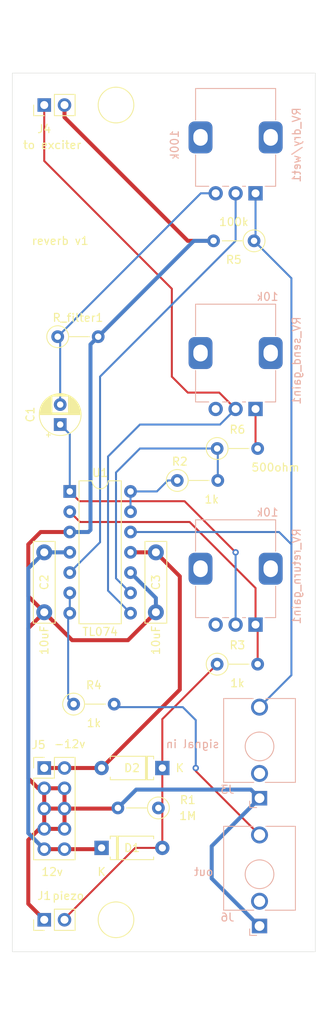
<source format=kicad_pcb>
(kicad_pcb (version 20211014) (generator pcbnew)
  (layers (0 "F.Cu" signal) (31 "B.Cu" signal) (34 "B.Paste" user) (35 "F.Paste" user) (36 "B.SilkS" user "B.Silkscreen") (37 "F.SilkS" user "F.Silkscreen") (38 "B.Mask" user) (39 "F.Mask" user) (44 "Edge.Cuts" user))
  (net 0 "")
  (net 1 "Net-(C1-Pad1)")
  (net 2 "Net-(C1-Pad2)")
  (net 3 "+12V")
  (net 4 "GND")
  (net 5 "-12V")
  (net 6 "Net-(D1-Pad2)")
  (net 7 "dry")
  (net 9 "Net-(J6-PadT)")
  (net 10 "Net-(R2-Pad1)")
  (net 11 "Net-(R3-Pad2)")
  (net 12 "Net-(R4-Pad1)")
  (net 13 "Net-(RV_dry/wet1-Pad2)")
  (net 14 "Net-(U1-Pad8)")
  (net 15 "Net-(R2-Pad2)")
  (net 16 "Net-(R6-Pad2)")
  (footprint "Resistor_THT:R_Axial_DIN0207_L6.3mm_D2.5mm_P5.08mm_Vertical" (layer "F.Cu") (at 165.685 87)
    (fp_text reference "R6" (at 2.54 -2.37) (layer "F.SilkS"))
    (fp_text value "500ohm" (at 7.315 2.37) (layer "F.SilkS"))
    (fp_line (start 1.37 0) (end 3.98 0) (layer "F.SilkS") (width 0.12))
    (fp_circle (center 0 0) (end 1.37 0) (layer "F.SilkS") (width 0.12) (fill none))
    (pad "1" thru_hole circle (at 0 0) (size 1.6 1.6) (drill 0.8) (layers *.Cu *.Mask) (net 15 "Net-(R2-Pad2)"))
    (pad "2" thru_hole oval (at 5.08 0) (size 1.6 1.6) (drill 0.8) (layers *.Cu *.Mask) (net 16 "Net-(R6-Pad2)"))
  )
  (footprint "Resistor_THT:R_Axial_DIN0207_L6.3mm_D2.5mm_P5.08mm_Vertical" (layer "F.Cu") (at 160.685 91)
    (fp_text reference "R2" (at 0.315 -2.37) (layer "F.SilkS"))
    (fp_text value "1k" (at 4.315 2.37) (layer "F.SilkS"))
    (fp_line (start 1.37 0) (end 3.98 0) (layer "F.SilkS") (width 0.12))
    (fp_circle (center 0 0) (end 1.37 0) (layer "F.SilkS") (width 0.12) (fill none))
    (pad "1" thru_hole circle (at 0 0) (size 1.6 1.6) (drill 0.8) (layers *.Cu *.Mask) (net 10 "Net-(R2-Pad1)"))
    (pad "2" thru_hole oval (at 5.08 0) (size 1.6 1.6) (drill 0.8) (layers *.Cu *.Mask) (net 15 "Net-(R2-Pad2)"))
  )
  (footprint "Resistor_THT:R_Axial_DIN0207_L6.3mm_D2.5mm_P5.08mm_Vertical" (layer "F.Cu") (at 158.315 132 180)
    (fp_text reference "R1" (at -3.685 1) (layer "F.SilkS"))
    (fp_text value "1M" (at -3.685 -1) (layer "F.SilkS"))
    (fp_line (start 1.37 0) (end 3.98 0) (layer "F.SilkS") (width 0.12))
    (fp_circle (center 0 0) (end 1.37 0) (layer "F.SilkS") (width 0.12) (fill none))
    (pad "1" thru_hole circle (at 0 0 180) (size 1.6 1.6) (drill 0.8) (layers *.Cu *.Mask) (net 6 "Net-(D1-Pad2)"))
    (pad "2" thru_hole oval (at 5.08 0 180) (size 1.6 1.6) (drill 0.8) (layers *.Cu *.Mask) (net 4 "GND"))
  )
  (footprint "Capacitor_THT:C_Rect_L10.0mm_W2.5mm_P7.50mm_MKS4" (layer "F.Cu") (at 158 100 -90)
    (fp_text reference "C3" (at 3.75 0 90) (layer "F.SilkS"))
    (fp_text value "10uF" (at 11 0 90) (layer "F.SilkS"))
    (fp_line (start 8.87 -1.37) (end 8.87 1.37) (layer "F.SilkS") (width 0.12))
    (fp_line (start -1.37 -1.37) (end -1.37 1.37) (layer "F.SilkS") (width 0.12))
    (fp_line (start -1.37 1.37) (end 8.87 1.37) (layer "F.SilkS") (width 0.12))
    (fp_line (start -1.37 -1.37) (end 8.87 -1.37) (layer "F.SilkS") (width 0.12))
    (pad "1" thru_hole circle (at 0 0 270) (size 2 2) (drill 1) (layers *.Cu *.Mask) (net 5 "-12V"))
    (pad "2" thru_hole circle (at 7.5 0 270) (size 2 2) (drill 1) (layers *.Cu *.Mask) (net 4 "GND"))
  )
  (footprint "Package_DIP:DIP-14_W7.62mm" (layer "F.Cu") (at 147.2 92.375)
    (fp_text reference "U1" (at 3.81 -2.33) (layer "F.SilkS"))
    (fp_text value "TL074" (at 3.81 17.57) (layer "F.SilkS"))
    (fp_line (start 6.46 16.57) (end 6.46 -1.33) (layer "F.SilkS") (width 0.12))
    (fp_line (start 1.16 -1.33) (end 1.16 16.57) (layer "F.SilkS") (width 0.12))
    (fp_line (start 1.16 16.57) (end 6.46 16.57) (layer "F.SilkS") (width 0.12))
    (fp_line (start 2.81 -1.33) (end 1.16 -1.33) (layer "F.SilkS") (width 0.12))
    (fp_line (start 6.46 -1.33) (end 4.81 -1.33) (layer "F.SilkS") (width 0.12))
    (fp_arc (start 4.81 -1.33) (mid 3.81 -0.33) (end 2.81 -1.33) (layer "F.SilkS") (width 0.12))
    (pad "1" thru_hole rect (at 0 0) (size 1.6 1.6) (drill 0.8) (layers *.Cu *.Mask) (net 1 "Net-(C1-Pad1)"))
    (pad "2" thru_hole oval (at 0 2.54) (size 1.6 1.6) (drill 0.8) (layers *.Cu *.Mask) (net 11 "Net-(R3-Pad2)"))
    (pad "3" thru_hole oval (at 0 5.08) (size 1.6 1.6) (drill 0.8) (layers *.Cu *.Mask) (net 4 "GND"))
    (pad "4" thru_hole oval (at 0 7.62) (size 1.6 1.6) (drill 0.8) (layers *.Cu *.Mask) (net 3 "+12V"))
    (pad "5" thru_hole oval (at 0 10.16) (size 1.6 1.6) (drill 0.8) (layers *.Cu *.Mask) (net 13 "Net-(RV_dry/wet1-Pad2)"))
    (pad "6" thru_hole oval (at 0 12.7) (size 1.6 1.6) (drill 0.8) (layers *.Cu *.Mask) (net 12 "Net-(R4-Pad1)"))
    (pad "7" thru_hole oval (at 0 15.24) (size 1.6 1.6) (drill 0.8) (layers *.Cu *.Mask) (net 12 "Net-(R4-Pad1)"))
    (pad "8" thru_hole oval (at 7.62 15.24) (size 1.6 1.6) (drill 0.8) (layers *.Cu *.Mask) (net 14 "Net-(U1-Pad8)"))
    (pad "9" thru_hole oval (at 7.62 12.7) (size 1.6 1.6) (drill 0.8) (layers *.Cu *.Mask) (net 15 "Net-(R2-Pad2)"))
    (pad "10" thru_hole oval (at 7.62 10.16) (size 1.6 1.6) (drill 0.8) (layers *.Cu *.Mask) (net 4 "GND"))
    (pad "11" thru_hole oval (at 7.62 7.62) (size 1.6 1.6) (drill 0.8) (layers *.Cu *.Mask) (net 5 "-12V"))
    (pad "12" thru_hole oval (at 7.62 5.08) (size 1.6 1.6) (drill 0.8) (layers *.Cu *.Mask) (net 7 "dry"))
    (pad "13" thru_hole oval (at 7.62 2.54) (size 1.6 1.6) (drill 0.8) (layers *.Cu *.Mask) (net 10 "Net-(R2-Pad1)"))
    (pad "14" thru_hole oval (at 7.62 0) (size 1.6 1.6) (drill 0.8) (layers *.Cu *.Mask) (net 10 "Net-(R2-Pad1)"))
  )
  (footprint "Connector_PinHeader_2.54mm:PinHeader_2x05_P2.54mm_Vertical" (layer "F.Cu") (at 144 127)
    (fp_text reference "J5" (at -0.7 -2.9) (layer "F.SilkS"))
    (fp_text value "Eurorack Power")
    (fp_line (start -1.33 11.49) (end 3.87 11.49) (layer "F.SilkS") (width 0.12))
    (fp_line (start -1.33 0) (end -1.33 -1.33) (layer "F.SilkS") (width 0.12))
    (fp_line (start 1.27 -1.33) (end 3.87 -1.33) (layer "F.SilkS") (width 0.12))
    (fp_line (start -1.33 -1.33) (end 0 -1.33) (layer "F.SilkS") (width 0.12))
    (fp_line (start 1.27 1.27) (end 1.27 -1.33) (layer "F.SilkS") (width 0.12))
    (fp_line (start -1.33 1.27) (end -1.33 11.49) (layer "F.SilkS") (width 0.12))
    (fp_line (start -1.33 1.27) (end 1.27 1.27) (layer "F.SilkS") (width 0.12))
    (fp_line (start 3.87 -1.33) (end 3.87 11.49) (layer "F.SilkS") (width 0.12))
    (pad "1" thru_hole rect (at 0 0) (size 1.7 1.7) (drill 1) (layers *.Cu *.Mask) (net 5 "-12V"))
    (pad "2" thru_hole oval (at 2.54 0) (size 1.7 1.7) (drill 1) (layers *.Cu *.Mask) (net 5 "-12V"))
    (pad "3" thru_hole oval (at 0 2.54) (size 1.7 1.7) (drill 1) (layers *.Cu *.Mask) (net 4 "GND"))
    (pad "4" thru_hole oval (at 2.54 2.54) (size 1.7 1.7) (drill 1) (layers *.Cu *.Mask) (net 4 "GND"))
    (pad "5" thru_hole oval (at 0 5.08) (size 1.7 1.7) (drill 1) (layers *.Cu *.Mask) (net 4 "GND"))
    (pad "6" thru_hole oval (at 2.54 5.08) (size 1.7 1.7) (drill 1) (layers *.Cu *.Mask) (net 4 "GND"))
    (pad "7" thru_hole oval (at 0 7.62) (size 1.7 1.7) (drill 1) (layers *.Cu *.Mask) (net 4 "GND"))
    (pad "8" thru_hole oval (at 2.54 7.62) (size 1.7 1.7) (drill 1) (layers *.Cu *.Mask) (net 4 "GND"))
    (pad "9" thru_hole oval (at 0 10.16) (size 1.7 1.7) (drill 1) (layers *.Cu *.Mask) (net 3 "+12V"))
    (pad "10" thru_hole oval (at 2.54 10.16) (size 1.7 1.7) (drill 1) (layers *.Cu *.Mask) (net 3 "+12V"))
  )
  (footprint "Resistor_THT:R_Axial_DIN0207_L6.3mm_D2.5mm_P5.08mm_Vertical" (layer "F.Cu") (at 170.315 61 180)
    (fp_text reference "R5" (at 2.54 -2.37) (layer "F.SilkS"))
    (fp_text value "100k" (at 2.54 2.37) (layer "F.SilkS"))
    (fp_line (start 1.37 0) (end 3.98 0) (layer "F.SilkS") (width 0.12))
    (fp_circle (center 0 0) (end 1.37 0) (layer "F.SilkS") (width 0.12) (fill none))
    (pad "1" thru_hole circle (at 0 0 180) (size 1.6 1.6) (drill 0.8) (layers *.Cu *.Mask) (net 7 "dry"))
    (pad "2" thru_hole oval (at 5.08 0 180) (size 1.6 1.6) (drill 0.8) (layers *.Cu *.Mask) (net 4 "GND"))
  )
  (footprint "Resistor_THT:R_Axial_DIN0207_L6.3mm_D2.5mm_P5.08mm_Vertical" (layer "F.Cu") (at 147.685 119)
    (fp_text reference "R4" (at 2.54 -2.37) (layer "F.SilkS"))
    (fp_text value "1k" (at 2.54 2.37) (layer "F.SilkS"))
    (fp_line (start 1.37 0) (end 3.98 0) (layer "F.SilkS") (width 0.12))
    (fp_circle (center 0 0) (end 1.37 0) (layer "F.SilkS") (width 0.12) (fill none))
    (pad "1" thru_hole circle (at 0 0) (size 1.6 1.6) (drill 0.8) (layers *.Cu *.Mask) (net 12 "Net-(R4-Pad1)"))
    (pad "2" thru_hole oval (at 5.08 0) (size 1.6 1.6) (drill 0.8) (layers *.Cu *.Mask) (net 9 "Net-(J6-PadT)"))
  )
  (footprint "Connector_PinHeader_2.54mm:PinHeader_1x02_P2.54mm_Vertical" (layer "F.Cu") (at 144 146 90)
    (fp_text reference "J1" (at 3 0 180) (layer "F.SilkS"))
    (fp_text value "piezo" (at 3 3 180) (layer "F.SilkS"))
    (fp_line (start -1.33 0) (end -1.33 -1.33) (layer "F.SilkS") (width 0.12))
    (fp_line (start -1.33 1.27) (end -1.33 3.87) (layer "F.SilkS") (width 0.12))
    (fp_line (start 1.33 1.27) (end 1.33 3.87) (layer "F.SilkS") (width 0.12))
    (fp_line (start -1.33 1.27) (end 1.33 1.27) (layer "F.SilkS") (width 0.12))
    (fp_line (start -1.33 3.87) (end 1.33 3.87) (layer "F.SilkS") (width 0.12))
    (fp_line (start -1.33 -1.33) (end 0 -1.33) (layer "F.SilkS") (width 0.12))
    (pad "1" thru_hole rect (at 0 0 90) (size 1.7 1.7) (drill 1) (layers *.Cu *.Mask) (net 4 "GND"))
    (pad "2" thru_hole oval (at 0 2.54 90) (size 1.7 1.7) (drill 1) (layers *.Cu *.Mask) (net 6 "Net-(D1-Pad2)"))
  )
  (footprint "Diode_THT:D_A-405_P7.62mm_Horizontal" (layer "F.Cu") (at 151.19 137)
    (fp_text reference "D1" (at 3.81 0) (layer "F.SilkS"))
    (fp_text value "D" hide)
    (fp_text user "K" (at 0 3) (layer "F.SilkS"))
    (fp_line (start 1.99 -1.47) (end 1.99 1.47) (layer "F.SilkS") (width 0.12))
    (fp_line (start 1.09 -1.14) (end 1.09 -1.47) (layer "F.SilkS") (width 0.12))
    (fp_line (start 6.53 -1.47) (end 6.53 -1.14) (layer "F.SilkS") (width 0.12))
    (fp_line (start 1.09 -1.47) (end 6.53 -1.47) (layer "F.SilkS") (width 0.12))
    (fp_line (start 2.11 -1.47) (end 2.11 1.47) (layer "F.SilkS") (width 0.12))
    (fp_line (start 6.53 1.47) (end 6.53 1.14) (layer "F.SilkS") (width 0.12))
    (fp_line (start 1.09 1.47) (end 6.53 1.47) (layer "F.SilkS") (width 0.12))
    (fp_line (start 1.09 1.14) (end 1.09 1.47) (layer "F.SilkS") (width 0.12))
    (fp_line (start 1.87 -1.47) (end 1.87 1.47) (layer "F.SilkS") (width 0.12))
    (pad "1" thru_hole rect (at 0 0) (size 1.8 1.8) (drill 0.9) (layers *.Cu *.Mask) (net 3 "+12V"))
    (pad "2" thru_hole oval (at 7.62 0) (size 1.8 1.8) (drill 0.9) (layers *.Cu *.Mask) (net 6 "Net-(D1-Pad2)"))
  )
  (footprint "Capacitor_THT:CP_Radial_D5.0mm_P2.50mm" (layer "F.Cu") (at 146 84 90)
    (fp_text reference "C1" (at 1.25 -3.75 90) (layer "F.SilkS"))
    (fp_text value "10uF")
    (fp_line (start 2.771 -2.095) (end 2.771 -1.04) (layer "F.SilkS") (width 0.12))
    (fp_line (start 2.211 1.04) (end 2.211 2.398) (layer "F.SilkS") (width 0.12))
    (fp_line (start 1.57 -2.561) (end 1.57 -1.04) (layer "F.SilkS") (width 0.12))
    (fp_line (start 1.53 1.04) (end 1.53 2.565) (layer "F.SilkS") (width 0.12))
    (fp_line (start 3.371 -1.5) (end 3.371 -1.04) (layer "F.SilkS") (width 0.12))
    (fp_line (start 1.89 1.04) (end 1.89 2.501) (layer "F.SilkS") (width 0.12))
    (fp_line (start 2.571 1.04) (end 2.571 2.224) (layer "F.SilkS") (width 0.12))
    (fp_line (start 2.251 -2.382) (end 2.251 -1.04) (layer "F.SilkS") (width 0.12))
    (fp_line (start 1.57 1.04) (end 1.57 2.561) (layer "F.SilkS") (width 0.12))
    (fp_line (start 3.571 -1.178) (end 3.571 1.178) (layer "F.SilkS") (width 0.12))
    (fp_line (start 2.411 -2.31) (end 2.411 -1.04) (layer "F.SilkS") (width 0.12))
    (fp_line (start 3.451 1.04) (end 3.451 1.383) (layer "F.SilkS") (width 0.12))
    (fp_line (start 2.371 -2.329) (end 2.371 -1.04) (layer "F.SilkS") (width 0.12))
    (fp_line (start 2.051 -2.455) (end 2.051 -1.04) (layer "F.SilkS") (width 0.12))
    (fp_line (start 2.811 1.04) (end 2.811 2.065) (layer "F.SilkS") (width 0.12))
    (fp_line (start 2.651 1.04) (end 2.651 2.175) (layer "F.SilkS") (width 0.12))
    (fp_line (start 2.331 -2.348) (end 2.331 -1.04) (layer "F.SilkS") (width 0.12))
    (fp_line (start 3.091 -1.826) (end 3.091 -1.04) (layer "F.SilkS") (width 0.12))
    (fp_line (start 2.291 -2.365) (end 2.291 -1.04) (layer "F.SilkS") (width 0.12))
    (fp_line (start 2.691 1.04) (end 2.691 2.149) (layer "F.SilkS") (width 0.12))
    (fp_line (start 1.49 -2.569) (end 1.49 -1.04) (layer "F.SilkS") (width 0.12))
    (fp_line (start 3.011 -1.901) (end 3.011 -1.04) (layer "F.SilkS") (width 0.12))
    (fp_line (start 2.531 -2.247) (end 2.531 -1.04) (layer "F.SilkS") (width 0.12))
    (fp_line (start 1.25 -2.58) (end 1.25 2.58) (layer "F.SilkS") (width 0.12))
    (fp_line (start 2.851 1.04) (end 2.851 2.035) (layer "F.SilkS") (width 0.12))
    (fp_line (start 2.731 1.04) (end 2.731 2.122) (layer "F.SilkS") (width 0.12))
    (fp_line (start 3.811 -0.518) (end 3.811 0.518) (layer "F.SilkS") (width 0.12))
    (fp_line (start 3.171 1.04) (end 3.171 1.743) (layer "F.SilkS") (width 0.12))
    (fp_line (start 2.171 -2.414) (end 2.171 -1.04) (layer "F.SilkS") (width 0.12))
    (fp_line (start 3.291 1.04) (end 3.291 1.605) (layer "F.SilkS") (width 0.12))
    (fp_line (start 2.011 1.04) (end 2.011 2.468) (layer "F.SilkS") (width 0.12))
    (fp_line (start 3.211 -1.699) (end 3.211 -1.04) (layer "F.SilkS") (width 0.12))
    (fp_line (start 2.931 1.04) (end 2.931 1.971) (layer "F.SilkS") (width 0.12))
    (fp_line (start 3.411 1.04) (end 3.411 1.443) (layer "F.SilkS") (width 0.12))
    (fp_line (start 3.051 1.04) (end 3.051 1.864) (layer "F.SilkS") (width 0.12))
    (fp_line (start 2.811 -2.065) (end 2.811 -1.04) (layer "F.SilkS") (width 0.12))
    (fp_line (start 2.771 1.04) (end 2.771 2.095) (layer "F.SilkS") (width 0.12))
    (fp_line (start 2.451 -2.29) (end 2.451 -1.04) (layer "F.SilkS") (width 0.12))
    (fp_line (start 2.971 -1.937) (end 2.971 -1.04) (layer "F.SilkS") (width 0.12))
    (fp_line (start 2.531 1.04) (end 2.531 2.247) (layer "F.SilkS") (width 0.12))
    (fp_line (start 3.491 1.04) (end 3.491 1.319) (layer "F.SilkS") (width 0.12))
    (fp_line (start 2.171 1.04) (end 2.171 2.414) (layer "F.SilkS") (width 0.12))
    (fp_line (start 2.211 -2.398) (end 2.211 -1.04) (layer "F.SilkS") (width 0.12))
    (fp_line (start 2.291 1.04) (end 2.291 2.365) (layer "F.SilkS") (width 0.12))
    (fp_line (start 3.691 -0.915) (end 3.691 0.915) (layer "F.SilkS") (width 0.12))
    (fp_line (start 3.331 1.04) (end 3.331 1.554) (layer "F.SilkS") (width 0.12))
    (fp_line (start 1.69 -2.543) (end 1.69 -1.04) (layer "F.SilkS") (width 0.12))
    (fp_line (start 3.611 -1.098) (end 3.611 1.098) (layer "F.SilkS") (width 0.12))
    (fp_line (start 3.491 -1.319) (end 3.491 -1.04) (layer "F.SilkS") (width 0.12))
    (fp_line (start 3.131 -1.785) (end 3.131 -1.04) (layer "F.SilkS") (width 0.12))
    (fp_line (start 2.611 1.04) (end 2.611 2.2) (layer "F.SilkS") (width 0.12))
    (fp_line (start -1.304775 -1.725) (end -1.304775 -1.225) (layer "F.SilkS") (width 0.12))
    (fp_line (start 3.451 -1.383) (end 3.451 -1.04) (layer "F.SilkS") (width 0.12))
    (fp_line (start 3.851 -0.284) (end 3.851 0.284) (layer "F.SilkS") (width 0.12))
    (fp_line (start 1.93 -2.491) (end 1.93 -1.04) (layer "F.SilkS") (width 0.12))
    (fp_line (start 1.73 -2.536) (end 1.73 -1.04) (layer "F.SilkS") (width 0.12))
    (fp_line (start 2.731 -2.122) (end 2.731 -1.04) (layer "F.SilkS") (width 0.12))
    (fp_line (start 1.971 -2.48) (end 1.971 -1.04) (layer "F.SilkS") (width 0.12))
    (fp_line (start 1.53 -2.565) (end 1.53 -1.04) (layer "F.SilkS") (width 0.12))
    (fp_line (start 2.651 -2.175) (end 2.651 -1.04) (layer "F.SilkS") (width 0.12))
    (fp_line (start 2.851 -2.035) (end 2.851 -1.04) (layer "F.SilkS") (width 0.12))
    (fp_line (start -1.554775 -1.475) (end -1.054775 -1.475) (layer "F.SilkS") (width 0.12))
    (fp_line (start 1.65 1.04) (end 1.65 2.55) (layer "F.SilkS") (width 0.12))
    (fp_line (start 1.69 1.04) (end 1.69 2.543) (layer "F.SilkS") (width 0.12))
    (fp_line (start 2.371 1.04) (end 2.371 2.329) (layer "F.SilkS") (width 0.12))
    (fp_line (start 1.45 -2.573) (end 1.45 2.573) (layer "F.SilkS") (width 0.12))
    (fp_line (start 1.93 1.04) (end 1.93 2.491) (layer "F.SilkS") (width 0.12))
    (fp_line (start 2.011 -2.468) (end 2.011 -1.04) (layer "F.SilkS") (width 0.12))
    (fp_line (start 1.85 1.04) (end 1.85 2.511) (layer "F.SilkS") (width 0.12))
    (fp_line (start 1.65 -2.55) (end 1.65 -1.04) (layer "F.SilkS") (width 0.12))
    (fp_line (start 1.77 1.04) (end 1.77 2.528) (layer "F.SilkS") (width 0.12))
    (fp_line (start 2.491 -2.268) (end 2.491 -1.04) (layer "F.SilkS") (width 0.12))
    (fp_line (start 3.011 1.04) (end 3.011 1.901) (layer "F.SilkS") (width 0.12))
    (fp_line (start 2.091 1.04) (end 2.091 2.442) (layer "F.SilkS") (width 0.12))
    (fp_line (start 1.81 -2.52) (end 1.81 -1.04) (layer "F.SilkS") (width 0.12))
    (fp_line (start 1.77 -2.528) (end 1.77 -1.04) (layer "F.SilkS") (width 0.12))
    (fp_line (start 2.931 -1.971) (end 2.931 -1.04) (layer "F.SilkS") (width 0.12))
    (fp_line (start 2.091 -2.442) (end 2.091 -1.04) (layer "F.SilkS") (width 0.12))
    (fp_line (start 1.971 1.04) (end 1.971 2.48) (layer "F.SilkS") (width 0.12))
    (fp_line (start 3.251 1.04) (end 3.251 1.653) (layer "F.SilkS") (width 0.12))
    (fp_line (start 1.49 1.04) (end 1.49 2.569) (layer "F.SilkS") (width 0.12))
    (fp_line (start 3.211 1.04) (end 3.211 1.699) (layer "F.SilkS") (width 0.12))
    (fp_line (start 2.971 1.04) (end 2.971 1.937) (layer "F.SilkS") (width 0.12))
    (fp_line (start 1.73 1.04) (end 1.73 2.536) (layer "F.SilkS") (width 0.12))
    (fp_line (start 3.731 -0.805) (end 3.731 0.805) (layer "F.SilkS") (width 0.12))
    (fp_line (start 2.331 1.04) (end 2.331 2.348) (layer "F.SilkS") (width 0.12))
    (fp_line (start 1.61 -2.556) (end 1.61 -1.04) (layer "F.SilkS") (width 0.12))
    (fp_line (start 1.41 -2.576) (end 1.41 2.576) (layer "F.SilkS") (width 0.12))
    (fp_line (start 3.771 -0.677) (end 3.771 0.677) (layer "F.SilkS") (width 0.12))
    (fp_line (start 2.891 -2.004) (end 2.891 -1.04) (layer "F.SilkS") (width 0.12))
    (fp_line (start 3.171 -1.743) (end 3.171 -1.04) (layer "F.SilkS") (width 0.12))
    (fp_line (start 3.051 -1.864) (end 3.051 -1.04) (layer "F.SilkS") (width 0.12))
    (fp_line (start 1.29 -2.58) (end 1.29 2.58) (layer "F.SilkS") (width 0.12))
    (fp_line (start 2.411 1.04) (end 2.411 2.31) (layer "F.SilkS") (width 0.12))
    (fp_line (start 3.651 -1.011) (end 3.651 1.011) (layer "F.SilkS") (width 0.12))
    (fp_line (start 2.051 1.04) (end 2.051 2.455) (layer "F.SilkS") (width 0.12))
    (fp_line (start 3.531 1.04) (end 3.531 1.251) (layer "F.SilkS") (width 0.12))
    (fp_line (start 2.491 1.04) (end 2.491 2.268) (layer "F.SilkS") (width 0.12))
    (fp_line (start 2.891 1.04) (end 2.891 2.004) (layer "F.SilkS") (width 0.12))
    (fp_line (start 2.131 1.04) (end 2.131 2.428) (layer "F.SilkS") (width 0.12))
    (fp_line (start 2.691 -2.149) (end 2.691 -1.04) (layer "F.SilkS") (width 0.12))
    (fp_line (start 3.331 -1.554) (end 3.331 -1.04) (layer "F.SilkS") (width 0.12))
    (fp_line (start 1.81 1.04) (end 1.81 2.52) (layer "F.SilkS") (width 0.12))
    (fp_line (start 3.531 -1.251) (end 3.531 -1.04) (layer "F.SilkS") (width 0.12))
    (fp_line (start 2.131 -2.428) (end 2.131 -1.04) (layer "F.SilkS") (width 0.12))
    (fp_line (start 3.411 -1.443) (end 3.411 -1.04) (layer "F.SilkS") (width 0.12))
    (fp_line (start 3.091 1.04) (end 3.091 1.826) (layer "F.SilkS") (width 0.12))
    (fp_line (start 2.451 1.04) (end 2.451 2.29) (layer "F.SilkS") (width 0.12))
    (fp_line (start 3.291 -1.605) (end 3.291 -1.04) (layer "F.SilkS") (width 0.12))
    (fp_line (start 3.371 1.04) (end 3.371 1.5) (layer "F.SilkS") (width 0.12))
    (fp_line (start 2.251 1.04) (end 2.251 2.382) (layer "F.SilkS") (width 0.12))
    (fp_line (start 1.89 -2.501) (end 1.89 -1.04) (layer "F.SilkS") (width 0.12))
    (fp_line (start 1.61 1.04) (end 1.61 2.556) (layer "F.SilkS") (width 0.12))
    (fp_line (start 1.37 -2.578) (end 1.37 2.578) (layer "F.SilkS") (width 0.12))
    (fp_line (start 1.85 -2.511) (end 1.85 -1.04) (layer "F.SilkS") (width 0.12))
    (fp_line (start 1.33 -2.579) (end 1.33 2.579) (layer "F.SilkS") (width 0.12))
    (fp_line (start 3.251 -1.653) (end 3.251 -1.04) (layer "F.SilkS") (width 0.12))
    (fp_line (start 3.131 1.04) (end 3.131 1.785) (layer "F.SilkS") (width 0.12))
    (fp_line (start 2.611 -2.2) (end 2.611 -1.04) (layer "F.SilkS") (width 0.12))
    (fp_line (start 2.571 -2.224) (end 2.571 -1.04) (layer "F.SilkS") (width 0.12))
    (fp_circle (center 1.25 0) (end 3.87 0) (layer "F.SilkS") (width 0.12) (fill none))
    (pad "1" thru_hole rect (at 0 0 90) (size 1.6 1.6) (drill 0.8) (layers *.Cu *.Mask) (net 1 "Net-(C1-Pad1)"))
    (pad "2" thru_hole circle (at 2.5 0 90) (size 1.6 1.6) (drill 0.8) (layers *.Cu *.Mask) (net 2 "Net-(C1-Pad2)"))
  )
  (footprint "Resistor_THT:R_Axial_DIN0207_L6.3mm_D2.5mm_P5.08mm_Vertical" (layer "F.Cu") (at 165.685 114)
    (fp_text reference "R3" (at 2.54 -2.37) (layer "F.SilkS"))
    (fp_text value "1k" (at 2.54 2.37) (layer "F.SilkS"))
    (fp_line (start 1.37 0) (end 3.98 0) (layer "F.SilkS") (width 0.12))
    (fp_circle (center 0 0) (end 1.37 0) (layer "F.SilkS") (width 0.12) (fill none))
    (pad "1" thru_hole circle (at 0 0) (size 1.6 1.6) (drill 0.8) (layers *.Cu *.Mask) (net 6 "Net-(D1-Pad2)"))
    (pad "2" thru_hole oval (at 5.08 0) (size 1.6 1.6) (drill 0.8) (layers *.Cu *.Mask) (net 11 "Net-(R3-Pad2)"))
  )
  (footprint "Connector_PinHeader_2.54mm:PinHeader_1x02_P2.54mm_Vertical" (layer "F.Cu") (at 144 44 90)
    (fp_text reference "J4" (at -3 0) (layer "F.SilkS"))
    (fp_text value "to exciter" (at -5 1) (layer "F.SilkS"))
    (fp_line (start 1.33 1.27) (end 1.33 3.87) (layer "F.SilkS") (width 0.12))
    (fp_line (start -1.33 -1.33) (end 0 -1.33) (layer "F.SilkS") (width 0.12))
    (fp_line (start -1.33 3.87) (end 1.33 3.87) (layer "F.SilkS") (width 0.12))
    (fp_line (start -1.33 0) (end -1.33 -1.33) (layer "F.SilkS") (width 0.12))
    (fp_line (start -1.33 1.27) (end 1.33 1.27) (layer "F.SilkS") (width 0.12))
    (fp_line (start -1.33 1.27) (end -1.33 3.87) (layer "F.SilkS") (width 0.12))
    (pad "1" thru_hole rect (at 0 0 90) (size 1.7 1.7) (drill 1) (layers *.Cu *.Mask) (net 14 "Net-(U1-Pad8)"))
    (pad "2" thru_hole oval (at 0 2.54 90) (size 1.7 1.7) (drill 1) (layers *.Cu *.Mask) (net 4 "GND"))
  )
  (footprint "Diode_THT:D_A-405_P7.62mm_Horizontal" (layer "F.Cu") (at 158.81 127 180)
    (fp_text reference "D2" (at 3.81 0) (layer "F.SilkS"))
    (fp_text value "D")
    (fp_text user "K" (at -2.19 0) (layer "F.SilkS"))
    (fp_line (start 1.09 1.47) (end 6.53 1.47) (layer "F.SilkS") (width 0.12))
    (fp_line (start 1.09 -1.47) (end 6.53 -1.47) (layer "F.SilkS") (width 0.12))
    (fp_line (start 6.53 -1.47) (end 6.53 -1.14) (layer "F.SilkS") (width 0.12))
    (fp_line (start 1.09 1.14) (end 1.09 1.47) (layer "F.SilkS") (width 0.12))
    (fp_line (start 1.87 -1.47) (end 1.87 1.47) (layer "F.SilkS") (width 0.12))
    (fp_line (start 1.99 -1.47) (end 1.99 1.47) (layer "F.SilkS") (width 0.12))
    (fp_line (start 2.11 -1.47) (end 2.11 1.47) (layer "F.SilkS") (width 0.12))
    (fp_line (start 1.09 -1.14) (end 1.09 -1.47) (layer "F.SilkS") (width 0.12))
    (fp_line (start 6.53 1.47) (end 6.53 1.14) (layer "F.SilkS") (width 0.12))
    (pad "1" thru_hole rect (at 0 0 180) (size 1.8 1.8) (drill 0.9) (layers *.Cu *.Mask) (net 6 "Net-(D1-Pad2)"))
    (pad "2" thru_hole oval (at 7.62 0 180) (size 1.8 1.8) (drill 0.9) (layers *.Cu *.Mask) (net 5 "-12V"))
  )
  (footprint "Resistor_THT:R_Axial_DIN0207_L6.3mm_D2.5mm_P5.08mm_Vertical" (layer "F.Cu") (at 145.685 73)
    (fp_text reference "R_filter1" (at 2.54 -2.37) (layer "F.SilkS"))
    (fp_text value "220ohm")
    (fp_line (start 1.37 0) (end 3.98 0) (layer "F.SilkS") (width 0.12))
    (fp_circle (center 0 0) (end 1.37 0) (layer "F.SilkS") (width 0.12) (fill none))
    (pad "1" thru_hole circle (at 0 0) (size 1.6 1.6) (drill 0.8) (layers *.Cu *.Mask) (net 2 "Net-(C1-Pad2)"))
    (pad "2" thru_hole oval (at 5.08 0) (size 1.6 1.6) (drill 0.8) (layers *.Cu *.Mask) (net 4 "GND"))
  )
  (footprint "Capacitor_THT:C_Rect_L10.0mm_W2.5mm_P7.50mm_MKS4" (layer "F.Cu") (at 144 100 -90)
    (fp_text reference "C2" (at 3.75 0 90) (layer "F.SilkS"))
    (fp_text value "10uF" (at 11 0 90) (layer "F.SilkS"))
    (fp_line (start -1.37 1.37) (end 8.87 1.37) (layer "F.SilkS") (width 0.12))
    (fp_line (start -1.37 -1.37) (end 8.87 -1.37) (layer "F.SilkS") (width 0.12))
    (fp_line (start -1.37 -1.37) (end -1.37 1.37) (layer "F.SilkS") (width 0.12))
    (fp_line (start 8.87 -1.37) (end 8.87 1.37) (layer "F.SilkS") (width 0.12))
    (pad "1" thru_hole circle (at 0 0 270) (size 2 2) (drill 1) (layers *.Cu *.Mask) (net 3 "+12V"))
    (pad "2" thru_hole circle (at 7.5 0 270) (size 2 2) (drill 1) (layers *.Cu *.Mask) (net 4 "GND"))
  )
  (footprint "Potentiometer_THT:Potentiometer_Alps_RK09K_Single_Vertical" (layer "B.Cu") (at 170.5 55.05 90)
    (fp_text reference "RV_dry/wet1" (at 6.05 5.15 90) (layer "B.SilkS") (effects (justify mirror)))
    (fp_text value "100k" (at 6.05 -10.15 90) (layer "B.SilkS") (effects (justify mirror)))
    (fp_line (start 9.184 -7.52) (end 13.12 -7.52) (layer "B.SilkS") (width 0.12))
    (fp_line (start 13.12 2.521) (end 13.12 -7.52) (layer "B.SilkS") (width 0.12))
    (fp_line (start 0.88 -5.87) (end 0.88 -7.52) (layer "B.SilkS") (width 0.12))
    (fp_line (start 9.184 2.521) (end 13.12 2.521) (layer "B.SilkS") (width 0.12))
    (fp_line (start 0.88 -7.52) (end 4.817 -7.52) (layer "B.SilkS") (width 0.12))
    (fp_line (start 0.88 2.521) (end 0.88 1.2) (layer "B.SilkS") (width 0.12))
    (fp_line (start 0.88 -1.25) (end 0.88 -1.63) (layer "B.SilkS") (width 0.12))
    (fp_line (start 0.88 2.521) (end 4.817 2.521) (layer "B.SilkS") (width 0.12))
    (fp_line (start 0.88 -3.371) (end 0.88 -4.13) (layer "B.SilkS") (width 0.12))
    (pad "1" thru_hole rect (at 0 0 90) (size 1.8 1.8) (drill 1) (layers *.Cu *.Mask) (net 7 "dry"))
    (pad "2" thru_hole circle (at 0 -2.5 90) (size 1.8 1.8) (drill 1) (layers *.Cu *.Mask) (net 13 "Net-(RV_dry/wet1-Pad2)"))
    (pad "3" thru_hole circle (at 0 -5 90) (size 1.8 1.8) (drill 1) (layers *.Cu *.Mask) (net 2 "Net-(C1-Pad2)"))
    (pad "MP" thru_hole roundrect (at 7 -6.9 90) (size 4 3) (drill oval 2.1 1.8) (layers *.Cu *.Mask))
    (pad "MP" thru_hole roundrect (at 7 1.9 90) (size 4 3) (drill oval 2.1 1.8) (layers *.Cu *.Mask))
  )
  (footprint "Potentiometer_THT:Potentiometer_Alps_RK09K_Single_Vertical" (layer "B.Cu") (at 170.5 82.05 90)
    (fp_text reference "RV_send_gain1" (at 6.05 5.15 90) (layer "B.SilkS") (effects (justify mirror)))
    (fp_text value "10k" (at 14.05 1.5 180) (layer "B.SilkS") (effects (justify mirror)))
    (fp_line (start 0.88 -3.371) (end 0.88 -4.13) (layer "B.SilkS") (width 0.12))
    (fp_line (start 0.88 -7.52) (end 4.817 -7.52) (layer "B.SilkS") (width 0.12))
    (fp_line (start 0.88 2.521) (end 0.88 1.2) (layer "B.SilkS") (width 0.12))
    (fp_line (start 0.88 -1.25) (end 0.88 -1.63) (layer "B.SilkS") (width 0.12))
    (fp_line (start 9.184 -7.52) (end 13.12 -7.52) (layer "B.SilkS") (width 0.12))
    (fp_line (start 13.12 2.521) (end 13.12 -7.52) (layer "B.SilkS") (width 0.12))
    (fp_line (start 9.184 2.521) (end 13.12 2.521) (layer "B.SilkS") (width 0.12))
    (fp_line (start 0.88 -5.87) (end 0.88 -7.52) (layer "B.SilkS") (width 0.12))
    (fp_line (start 0.88 2.521) (end 4.817 2.521) (layer "B.SilkS") (width 0.12))
    (pad "1" thru_hole rect (at 0 0 90) (size 1.8 1.8) (drill 1) (layers *.Cu *.Mask) (net 16 "Net-(R6-Pad2)"))
    (pad "2" thru_hole circle (at 0 -2.5 90) (size 1.8 1.8) (drill 1) (layers *.Cu *.Mask) (net 14 "Net-(U1-Pad8)"))
    (pad "3" thru_hole circle (at 0 -5 90) (size 1.8 1.8) (drill 1) (layers *.Cu *.Mask))
    (pad "MP" thru_hole roundrect (at 7 -6.9 90) (size 4 3) (drill oval 2.1 1.8) (layers *.Cu *.Mask))
    (pad "MP" thru_hole roundrect (at 7 1.9 90) (size 4 3) (drill oval 2.1 1.8) (layers *.Cu *.Mask))
  )
  (footprint "Connector_Audio:Jack_3.5mm_QingPu_WQP-PJ398SM_Vertical_CircularHoles" (layer "B.Cu") (at 171 130.78)
    (fp_text reference "J3" (at -4.03 -1.08) (layer "B.SilkS") (effects (justify mirror)))
    (fp_text value "signal in" (at -8.4 -6.78) (layer "B.SilkS") (effects (justify mirror)))
    (fp_line (start -4.5 -1.98) (end -4.5 -12.48) (layer "B.SilkS") (width 0.12))
    (fp_line (start -0.72 -1.98) (end -4.5 -1.98) (layer "B.SilkS") (width 0.12))
    (fp_line (start -0.8 -12.48) (end -4.5 -12.48) (layer "B.SilkS") (width 0.12))
    (fp_line (start 4.5 -1.98) (end 4.5 -12.48) (layer "B.SilkS") (width 0.12))
    (fp_line (start 4.5 -12.48) (end 0.8 -12.48) (layer "B.SilkS") (width 0.12))
    (fp_line (start -1.23 1.17) (end -1.23 0.37) (layer "B.SilkS") (width 0.12))
    (fp_line (start 4.5 -1.98) (end 0.72 -1.98) (layer "B.SilkS") (width 0.12))
    (fp_line (start -1.23 1.17) (end -0.37 1.17) (layer "B.SilkS") (width 0.12))
    (fp_circle (center 0 -6.48) (end 1.8 -6.48) (layer "B.SilkS") (width 0.12) (fill none))
    (pad "S" thru_hole rect (at 0 0 180) (size 1.93 1.83) (drill 1.22) (layers *.Cu *.Mask) (net 4 "GND"))
    (pad "T" thru_hole circle (at 0 -11.4 180) (size 2.13 2.13) (drill 1.43) (layers *.Cu *.Mask) (net 7 "dry"))
    (pad "TN" thru_hole circle (at 0 -3.1 180) (size 2.13 2.13) (drill 1.42) (layers *.Cu *.Mask))
  )
  (footprint "Connector_Audio:Jack_3.5mm_QingPu_WQP-PJ398SM_Vertical_CircularHoles" (layer "B.Cu") (at 171 146.78)
    (fp_text reference "J6" (at -4.03 -1.08) (layer "B.SilkS") (effects (justify mirror)))
    (fp_text value "out" (at -7 -6.78) (layer "B.SilkS") (effects (justify mirror)))
    (fp_line (start 4.5 -1.98) (end 4.5 -12.48) (layer "B.SilkS") (width 0.12))
    (fp_line (start 4.5 -12.48) (end 0.8 -12.48) (layer "B.SilkS") (width 0.12))
    (fp_line (start -0.8 -12.48) (end -4.5 -12.48) (layer "B.SilkS") (width 0.12))
    (fp_line (start 4.5 -1.98) (end 0.72 -1.98) (layer "B.SilkS") (width 0.12))
    (fp_line (start -0.72 -1.98) (end -4.5 -1.98) (layer "B.SilkS") (width 0.12))
    (fp_line (start -4.5 -1.98) (end -4.5 -12.48) (layer "B.SilkS") (width 0.12))
    (fp_line (start -1.23 1.17) (end -0.37 1.17) (layer "B.SilkS") (width 0.12))
    (fp_line (start -1.23 1.17) (end -1.23 0.37) (layer "B.SilkS") (width 0.12))
    (fp_circle (center 0 -6.48) (end 1.8 -6.48) (layer "B.SilkS") (width 0.12) (fill none))
    (pad "S" thru_hole rect (at 0 0 180) (size 1.93 1.83) (drill 1.22) (layers *.Cu *.Mask) (net 4 "GND"))
    (pad "T" thru_hole circle (at 0 -11.4 180) (size 2.13 2.13) (drill 1.43) (layers *.Cu *.Mask) (net 9 "Net-(J6-PadT)"))
    (pad "TN" thru_hole circle (at 0 -3.1 180) (size 2.13 2.13) (drill 1.42) (layers *.Cu *.Mask))
  )
  (footprint "Potentiometer_THT:Potentiometer_Alps_RK09K_Single_Vertical" (layer "B.Cu") (at 170.5 109.05 90)
    (fp_text reference "RV_return_gain1" (at 6.05 5.15 90) (layer "B.SilkS") (effects (justify mirror)))
    (fp_text value "10k" (at 14.05 1.5) (layer "B.SilkS") (effects (justify mirror)))
    (fp_line (start 9.184 2.521) (end 13.12 2.521) (layer "B.SilkS") (width 0.12))
    (fp_line (start 13.12 2.521) (end 13.12 -7.52) (layer "B.SilkS") (width 0.12))
    (fp_line (start 0.88 -5.87) (end 0.88 -7.52) (layer "B.SilkS") (width 0.12))
    (fp_line (start 0.88 2.521) (end 4.817 2.521) (layer "B.SilkS") (width 0.12))
    (fp_line (start 9.184 -7.52) (end 13.12 -7.52) (layer "B.SilkS") (width 0.12))
    (fp_line (start 0.88 -1.25) (end 0.88 -1.63) (layer "B.SilkS") (width 0.12))
    (fp_line (start 0.88 2.521) (end 0.88 1.2) (layer "B.SilkS") (width 0.12))
    (fp_line (start 0.88 -3.371) (end 0.88 -4.13) (layer "B.SilkS") (width 0.12))
    (fp_line (start 0.88 -7.52) (end 4.817 -7.52) (layer "B.SilkS") (width 0.12))
    (pad "1" thru_hole rect (at 0 0 90) (size 1.8 1.8) (drill 1) (layers *.Cu *.Mask) (net 11 "Net-(R3-Pad2)"))
    (pad "2" thru_hole circle (at 0 -2.5 90) (size 1.8 1.8) (drill 1) (layers *.Cu *.Mask) (net 1 "Net-(C1-Pad1)"))
    (pad "3" thru_hole circle (at 0 -5 90) (size 1.8 1.8) (drill 1) (layers *.Cu *.Mask))
    (pad "MP" thru_hole roundrect (at 7 -6.9 90) (size 4 3) (drill oval 2.1 1.8) (layers *.Cu *.Mask))
    (pad "MP" thru_hole roundrect (at 7 1.9 90) (size 4 3) (drill oval 2.1 1.8) (layers *.Cu *.Mask))
  )
  (gr_circle (center 153 44) (end 154 46) (layer "F.SilkS") (width 0.12) (fill none))
  (gr_circle (center 153 146) (end 154 148) (layer "F.SilkS") (width 0.12) (fill none))
  (gr_rect (start 178 40) (end 140 150) (layer "Edge.Cuts") (width 0.05) (fill none))
  (gr_text "reverb v1" (at 146 61) (layer "F.SilkS") (effects (font (size 1 1))))
  (gr_text "-12v" (at 147.2 124) (layer "F.SilkS") (effects (font (size 1 1))))
  (gr_text "12v" (at 145 140) (layer "F.SilkS") (effects (font (size 1 1))))
  (segment (start 161.6 93.6) (end 148.425 93.6) (width 0.25) (layer "F.Cu") (net 1))
  (segment (start 148.425 93.6) (end 147.2 92.375) (width 0.25) (layer "F.Cu") (net 1))
  (segment (start 168 100) (end 161.6 93.6) (width 0.25) (layer "F.Cu") (net 1))
  (via (at 168 100) (size 0.8) (drill 0.4) (layers "F.Cu" "B.Cu") (net 1))
  (segment (start 147.2 85.2) (end 146 84) (width 0.25) (layer "B.Cu") (net 1))
  (segment (start 147.2 92.375) (end 147.2 85.2) (width 0.25) (layer "B.Cu") (net 1))
  (segment (start 168 100) (end 168 109.05) (width 0.25) (layer "B.Cu") (net 1))
  (segment (start 165.5 55.05) (end 163.635 55.05) (width 0.25) (layer "B.Cu") (net 2))
  (segment (start 163.635 55.05) (end 145.685 73) (width 0.25) (layer "B.Cu") (net 2))
  (segment (start 146 73.315) (end 145.685 73) (width 0.25) (layer "B.Cu") (net 2))
  (segment (start 146 81.5) (end 146 73.315) (width 0.25) (layer "B.Cu") (net 2))
  (segment (start 144 137.16) (end 146.54 137.16) (width 0.5) (layer "F.Cu") (net 3))
  (segment (start 146.54 137.16) (end 151.03 137.16) (width 0.5) (layer "F.Cu") (net 3))
  (segment (start 151.03 137.16) (end 151.19 137) (width 0.5) (layer "F.Cu") (net 3))
  (segment (start 142 135.16) (end 142 102) (width 0.5) (layer "B.Cu") (net 3))
  (segment (start 144 137.16) (end 142 135.16) (width 0.5) (layer "B.Cu") (net 3))
  (segment (start 147.195 100) (end 147.2 99.995) (width 0.5) (layer "B.Cu") (net 3))
  (segment (start 144 100) (end 147.195 100) (width 0.5) (layer "B.Cu") (net 3))
  (segment (start 142 102) (end 144 100) (width 0.5) (layer "B.Cu") (net 3))
  (segment (start 142 109.5) (end 144 107.5) (width 0.5) (layer "F.Cu") (net 4))
  (segment (start 142 136) (end 142 144) (width 0.5) (layer "F.Cu") (net 4))
  (segment (start 162 61) (end 165.235 61) (width 0.5) (layer "F.Cu") (net 4))
  (segment (start 146.54 44) (end 146.54 45.54) (width 0.5) (layer "F.Cu") (net 4))
  (segment (start 154.5 111) (end 147.5 111) (width 0.5) (layer "F.Cu") (net 4))
  (segment (start 142 105.5) (end 142 99) (width 0.5) (layer "F.Cu") (net 4))
  (segment (start 153.155 132.08) (end 153.235 132) (width 0.5) (layer "F.Cu") (net 4))
  (segment (start 144 132.08) (end 146.54 132.08) (width 0.5) (layer "F.Cu") (net 4))
  (segment (start 147.5 111) (end 144 107.5) (width 0.5) (layer "F.Cu") (net 4))
  (segment (start 142 144) (end 144 146) (width 0.5) (layer "F.Cu") (net 4))
  (segment (start 144 134.62) (end 143.38 134.62) (width 0.5) (layer "F.Cu") (net 4))
  (segment (start 144 129.54) (end 144 134.62) (width 0.5) (layer "F.Cu") (net 4))
  (segment (start 158 107.5) (end 154.5 111) (width 0.5) (layer "F.Cu") (net 4))
  (segment (start 146.54 129.54) (end 146.54 134.62) (width 0.5) (layer "F.Cu") (net 4))
  (segment (start 143.545 97.455) (end 147.2 97.455) (width 0.5) (layer "F.Cu") (net 4))
  (segment (start 144 134.62) (end 146.54 134.62) (width 0.5) (layer "F.Cu") (net 4))
  (segment (start 146.54 45.54) (end 162 61) (width 0.5) (layer "F.Cu") (net 4))
  (segment (start 144 129.54) (end 146.54 129.54) (width 0.5) (layer "F.Cu") (net 4))
  (segment (start 144 129.54) (end 143.24 129.54) (width 0.5) (layer "F.Cu") (net 4))
  (segment (start 144 107.5) (end 142 105.5) (width 0.5) (layer "F.Cu") (net 4))
  (segment (start 142 128.3) (end 142 109.5) (width 0.5) (layer "F.Cu") (net 4))
  (segment (start 143.38 134.62) (end 142 136) (width 0.5) (layer "F.Cu") (net 4))
  (segment (start 146.54 132.08) (end 153.155 132.08) (width 0.5) (layer "F.Cu") (net 4))
  (segment (start 142 99) (end 143.545 97.455) (width 0.5) (layer "F.Cu") (net 4))
  (segment (start 143.24 129.54) (end 142 128.3) (width 0.5) (layer "F.Cu") (net 4))
  (segment (start 171 146.78) (end 170.95 146.78) (width 0.5) (layer "B.Cu") (net 4))
  (segment (start 158 105.715) (end 154.82 102.535) (width 0.5) (layer "B.Cu") (net 4))
  (segment (start 165.235 61) (end 162.765 61) (width 0.5) (layer "B.Cu") (net 4))
  (segment (start 149.545 97.455) (end 147.2 97.455) (width 0.5) (layer "B.Cu") (net 4))
  (segment (start 149.8 97.2) (end 149.545 97.455) (width 0.5) (layer "B.Cu") (net 4))
  (segment (start 170.95 146.78) (end 165 140.83) (width 0.5) (layer "B.Cu") (net 4))
  (segment (start 165 140.83) (end 165 136.78) (width 0.5) (layer "B.Cu") (net 4))
  (segment (start 165 136.78) (end 171 130.78) (width 0.5) (layer "B.Cu") (net 4))
  (segment (start 155.535 129.7) (end 169.92 129.7) (width 0.5) (layer "B.Cu") (net 4))
  (segment (start 153.235 132) (end 155.535 129.7) (width 0.5) (layer "B.Cu") (net 4))
  (segment (start 150.765 73) (end 149.8 73.965) (width 0.5) (layer "B.Cu") (net 4))
  (segment (start 169.92 129.7) (end 171 130.78) (width 0.5) (layer "B.Cu") (net 4))
  (segment (start 149.8 73.965) (end 149.8 97.2) (width 0.5) (layer "B.Cu") (net 4))
  (segment (start 162.765 61) (end 150.765 73) (width 0.5) (layer "B.Cu") (net 4))
  (segment (start 158 107.5) (end 158 105.715) (width 0.5) (layer "B.Cu") (net 4))
  (segment (start 161 117.19) (end 151.19 127) (width 0.5) (layer "F.Cu") (net 5))
  (segment (start 146.54 127) (end 151.19 127) (width 0.5) (layer "F.Cu") (net 5))
  (segment (start 154.825 100) (end 154.82 99.995) (width 0.5) (layer "F.Cu") (net 5))
  (segment (start 161 103) (end 161 117.19) (width 0.5) (layer "F.Cu") (net 5))
  (segment (start 144 127) (end 146.54 127) (width 0.5) (layer "F.Cu") (net 5))
  (segment (start 158 100) (end 154.825 100) (width 0.5) (layer "F.Cu") (net 5))
  (segment (start 158 100) (end 161 103) (width 0.5) (layer "F.Cu") (net 5))
  (segment (start 158.81 120.875) (end 165.685 114) (width 0.25) (layer "F.Cu") (net 6))
  (segment (start 158.81 137) (end 158.81 132.495) (width 0.25) (layer "F.Cu") (net 6))
  (segment (start 158.81 132.495) (end 158.315 132) (width 0.25) (layer "F.Cu") (net 6))
  (segment (start 155.405 137) (end 146.405 146) (width 0.25) (layer "F.Cu") (net 6))
  (segment (start 158.81 137) (end 155.405 137) (width 0.25) (layer "F.Cu") (net 6))
  (segment (start 158.81 127) (end 158.81 120.875) (width 0.25) (layer "F.Cu") (net 6))
  (segment (start 158.81 131.505) (end 158.315 132) (width 0.25) (layer "F.Cu") (net 6))
  (segment (start 158.81 127) (end 158.81 131.505) (width 0.25) (layer "F.Cu") (net 6))
  (segment (start 175 65.685) (end 175 99) (width 0.25) (layer "B.Cu") (net 7))
  (segment (start 175 115.38) (end 175 99) (width 0.25) (layer "B.Cu") (net 7))
  (segment (start 170.5 60.815) (end 170.315 61) (width 0.25) (layer "B.Cu") (net 7))
  (segment (start 170.5 55.05) (end 170.5 60.815) (width 0.25) (layer "B.Cu") (net 7))
  (segment (start 170.315 61) (end 175 65.685) (width 0.25) (layer "B.Cu") (net 7))
  (segment (start 173.455 97.455) (end 154.82 97.455) (width 0.25) (layer "B.Cu") (net 7))
  (segment (start 171 119.38) (end 175 115.38) (width 0.25) (layer "B.Cu") (net 7))
  (segment (start 175 99) (end 173.455 97.455) (width 0.25) (layer "B.Cu") (net 7))
  (segment (start 163 127.38) (end 163 127) (width 0.25) (layer "F.Cu") (net 9))
  (segment (start 171 135.38) (end 163 127.38) (width 0.25) (layer "F.Cu") (net 9))
  (via (at 163 127) (size 0.8) (drill 0.4) (layers "F.Cu" "B.Cu") (net 9))
  (segment (start 161.38 119.38) (end 153.145 119.38) (width 0.25) (layer "B.Cu") (net 9))
  (segment (start 153.145 119.38) (end 152.765 119) (width 0.25) (layer "B.Cu") (net 9))
  (segment (start 163 121) (end 161.38 119.38) (width 0.25) (layer "B.Cu") (net 9))
  (segment (start 163 127) (end 163 121) (width 0.25) (layer "B.Cu") (net 9))
  (segment (start 154.82 94.915) (end 154.82 92.375) (width 0.25) (layer "B.Cu") (net 10))
  (segment (start 159.5 91) (end 160.685 91) (width 0.25) (layer "B.Cu") (net 10))
  (segment (start 154.82 92.375) (end 158.125 92.375) (width 0.25) (layer "B.Cu") (net 10))
  (segment (start 158.125 92.375) (end 159.5 91) (width 0.25) (layer "B.Cu") (net 10))
  (segment (start 170.765 114) (end 170.765 109.315) (width 0.25) (layer "F.Cu") (net 11))
  (segment (start 162.2348 96.2) (end 170.5 104.4652) (width 0.25) (layer "F.Cu") (net 11))
  (segment (start 170.5 104.4652) (end 170.5 109.05) (width 0.25) (layer "F.Cu") (net 11))
  (segment (start 170.765 109.315) (end 170.5 109.05) (width 0.25) (layer "F.Cu") (net 11))
  (segment (start 148.485 96.2) (end 162.2348 96.2) (width 0.25) (layer "F.Cu") (net 11))
  (segment (start 147.2 94.915) (end 148.485 96.2) (width 0.25) (layer "F.Cu") (net 11))
  (segment (start 147 118.315) (end 147 107.815) (width 0.25) (layer "B.Cu") (net 12))
  (segment (start 147 107.815) (end 147.2 107.615) (width 0.25) (layer "B.Cu") (net 12))
  (segment (start 147.685 119) (end 147 118.315) (width 0.25) (layer "B.Cu") (net 12))
  (segment (start 147.2 107.615) (end 147.2 105.075) (width 0.25) (layer "B.Cu") (net 12))
  (segment (start 151 98.735) (end 151 78) (width 0.25) (layer "B.Cu") (net 13))
  (segment (start 151 78) (end 168 61) (width 0.25) (layer "B.Cu") (net 13))
  (segment (start 147.2 102.535) (end 151 98.735) (width 0.25) (layer "B.Cu") (net 13))
  (segment (start 168 61) (end 168 55.05) (width 0.25) (layer "B.Cu") (net 13))
  (segment (start 168 82.05) (end 165.95 80) (width 0.25) (layer "F.Cu") (net 14))
  (segment (start 144 51) (end 144 44) (width 0.25) (layer "F.Cu") (net 14))
  (segment (start 160 67) (end 144 51) (width 0.25) (layer "F.Cu") (net 14))
  (segment (start 165.95 80) (end 162 80) (width 0.25) (layer "F.Cu") (net 14))
  (segment (start 162 80) (end 160 78) (width 0.25) (layer "F.Cu") (net 14))
  (segment (start 160 78) (end 160 67) (width 0.25) (layer "F.Cu") (net 14))
  (segment (start 152 104.795) (end 152 88) (width 0.25) (layer "B.Cu") (net 14))
  (segment (start 154.82 107.615) (end 152 104.795) (width 0.25) (layer "B.Cu") (net 14))
  (segment (start 156 84) (end 166.05 84) (width 0.25) (layer "B.Cu") (net 14))
  (segment (start 152 88) (end 156 84) (width 0.25) (layer "B.Cu") (net 14))
  (segment (start 166.05 84) (end 168 82.05) (width 0.25) (layer "B.Cu") (net 14))
  (segment (start 165.765 87.08) (end 165.685 87) (width 0.25) (layer "B.Cu") (net 15))
  (segment (start 165.765 91) (end 165.765 87.08) (width 0.25) (layer "B.Cu") (net 15))
  (segment (start 153 103.255) (end 153 90) (width 0.25) (layer "B.Cu") (net 15))
  (segment (start 154.82 105.075) (end 153 103.255) (width 0.25) (layer "B.Cu") (net 15))
  (segment (start 153 90) (end 156 87) (width 0.25) (layer "B.Cu") (net 15))
  (segment (start 156 87) (end 165.685 87) (width 0.25) (layer "B.Cu") (net 15))
  (segment (start 170.5 86.735) (end 170.765 87) (width 0.25) (layer "F.Cu") (net 16))
  (segment (start 170.5 82.05) (end 170.5 86.735) (width 0.25) (layer "F.Cu") (net 16))
)
</source>
